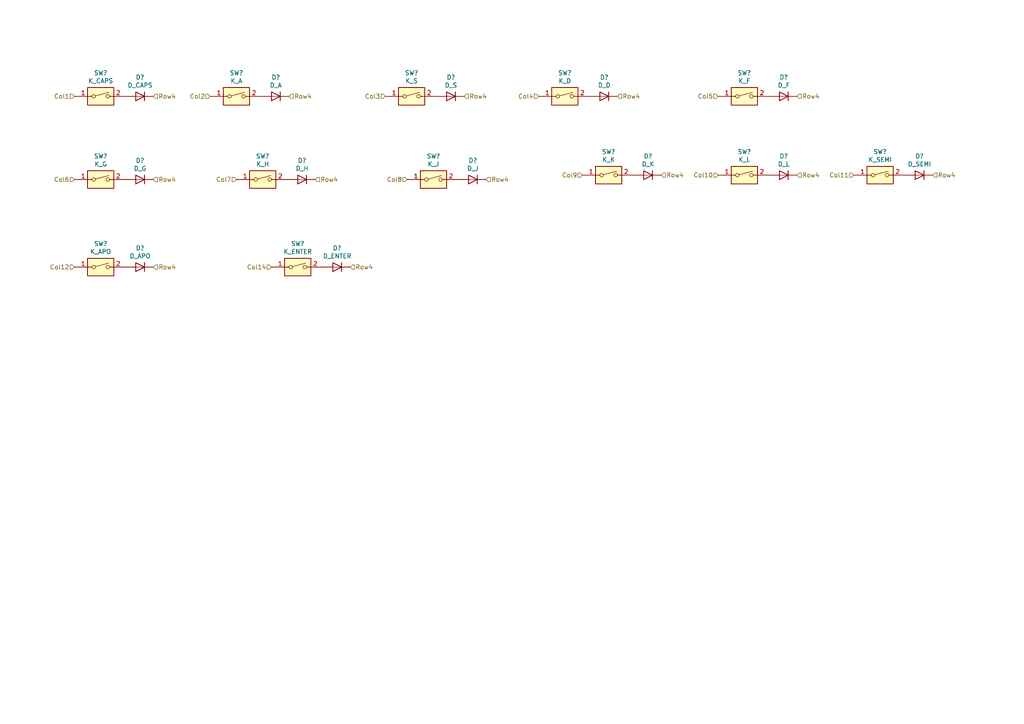
<source format=kicad_sch>
(kicad_sch (version 20230121) (generator eeschema)
  (paper "A4")
  (lib_symbols
    (symbol "Device:D" (pin_numbers hide) (pin_names (offset 1.016) hide)
      (property "Reference" "D" (at 0 2.54 0))
      (property "Value" "D" (at 0 -2.54 0))
      (symbol "D_0_1"
        (polyline (pts (xy -1.27 1.27) (xy -1.27 -1.27)) (stroke (width 0.254)))
        (polyline (pts (xy 1.27 0) (xy -1.27 0)))
        (polyline (pts (xy 1.27 1.27) (xy 1.27 -1.27) (xy -1.27 0) (xy 1.27 1.27)) (stroke (width 0.254)))
      )
      (symbol "D_1_1"
        (pin passive line (at -3.81 0 0) (length 2.54) (name "K") (number "1"))
        (pin passive line (at 3.81 0 180) (length 2.54) (name "A") (number "2"))
      )
    )
    (symbol "Switch:SW_DIP_x01" (pin_names (offset 0) hide)
      (property "Reference" "SW" (at 0 3.81 0))
      (property "Value" "SW_DIP_x01" (at 0 -3.81 0))
      (symbol "SW_DIP_x01_0_0"
        (circle (center -2.032 0) (radius 0.508))
        (polyline (pts (xy -1.524 0.127) (xy 2.3622 1.1684)))
        (circle (center 2.032 0) (radius 0.508))
      )
      (symbol "SW_DIP_x01_0_1"
        (rectangle (start -3.81 2.54) (end 3.81 -2.54) (stroke (width 0.254)) (fill (type background)))
      )
      (symbol "SW_DIP_x01_1_1"
        (pin passive line (at -7.62 0 0) (length 5.08) (name "~") (number "1"))
        (pin passive line (at 7.62 0 180) (length 5.08) (name "~") (number "2"))
      )
    )
  )
  (hierarchical_label "Col10" (shape input) (at 208.28 50.8 180))
  (hierarchical_label "Col11" (shape input) (at 247.65 50.8 180))
  (hierarchical_label "Col6" (shape input) (at 21.59 52.07 180))
  (hierarchical_label "Row4" (shape input) (at 140.97 52.07 0))
  (hierarchical_label "Row4" (shape input) (at 91.44 52.07 0))
  (hierarchical_label "Col5" (shape input) (at 208.28 27.94 180))
  (hierarchical_label "Col14" (shape input) (at 78.74 77.47 180))
  (hierarchical_label "Row4" (shape input) (at 231.14 50.8 0))
  (hierarchical_label "Row4" (shape input) (at 179.07 27.94 0))
  (hierarchical_label "Row4" (shape input) (at 134.62 27.94 0))
  (hierarchical_label "Row4" (shape input) (at 231.14 27.94 0))
  (hierarchical_label "Col9" (shape input) (at 168.91 50.8 180))
  (hierarchical_label "Row4" (shape input) (at 83.82 27.94 0))
  (hierarchical_label "Row4" (shape input) (at 44.45 52.07 0))
  (hierarchical_label "Col2" (shape input) (at 60.96 27.94 180))
  (hierarchical_label "Col4" (shape input) (at 156.21 27.94 180))
  (hierarchical_label "Row4" (shape input) (at 270.51 50.8 0))
  (hierarchical_label "Row4" (shape input) (at 101.6 77.47 0))
  (hierarchical_label "Col3" (shape input) (at 111.76 27.94 180))
  (hierarchical_label "Row4" (shape input) (at 191.77 50.8 0))
  (hierarchical_label "Col12" (shape input) (at 21.59 77.47 180))
  (hierarchical_label "Col8" (shape input) (at 118.11 52.07 180))
  (hierarchical_label "Row4" (shape input) (at 44.45 27.94 0))
  (hierarchical_label "Col1" (shape input) (at 21.59 27.94 180))
  (hierarchical_label "Col7" (shape input) (at 68.58 52.07 180))
  (hierarchical_label "Row4" (shape input) (at 44.45 77.47 0))
  (symbol (lib_id "Switch:SW_DIP_x01") (at 163.83 27.94 0) (unit 1)
    (property "Reference" "SW?" (at 163.83 21.1582 0))
    (property "Value" "K_D" (at 163.83 23.4696 0))
    (property "Footprint" "hotswap:Kailh_socket_MX" (effects hide))
    (instances (project "TKL" (path "" (reference "SW?") (unit 1)) (path "" (reference "SW59") (unit 1)) (path "" (reference "SW?") (unit 1)) (path "" (reference "SW?") (unit 1)) (path "" (reference "SW?") (unit 1))))
  )
  (symbol (lib_id "Switch:SW_DIP_x01") (at 125.73 52.07 0) (unit 1)
    (property "Reference" "SW?" (at 125.73 45.2882 0))
    (property "Value" "K_J" (at 125.73 47.5996 0))
    (property "Footprint" "hotswap:Kailh_socket_MX" (effects hide))
    (instances (project "TKL" (path "" (reference "SW?") (unit 1)) (path "" (reference "SW58") (unit 1)) (path "" (reference "SW?") (unit 1)) (path "" (reference "SW?") (unit 1)) (path "" (reference "SW?") (unit 1))))
  )
  (symbol (lib_id "Device:D") (at 137.16 52.07 180) (unit 1)
    (property "Reference" "D?" (at 137.16 46.5582 0))
    (property "Value" "D_J" (at 137.16 48.8696 0))
    (property "Footprint" "Diode_THT:D_DO-35_SOD27_P7.62mm_Horizontal" (effects hide))
    (instances (project "TKL" (path "" (reference "D?") (unit 1)) (path "" (reference "D58") (unit 1)) (path "" (reference "D?") (unit 1)) (path "" (reference "D?") (unit 1)) (path "" (reference "D?") (unit 1))))
  )
  (symbol (lib_id "Switch:SW_DIP_x01") (at 215.9 50.8 0) (unit 1)
    (property "Reference" "SW?" (at 215.9 44.0182 0))
    (property "Value" "K_L" (at 215.9 46.3296 0))
    (property "Footprint" "hotswap:Kailh_socket_MX" (effects hide))
    (instances (project "TKL" (path "" (reference "SW?") (unit 1)) (path "" (reference "SW62") (unit 1)) (path "" (reference "SW?") (unit 1)) (path "" (reference "SW?") (unit 1)) (path "" (reference "SW?") (unit 1))))
  )
  (symbol (lib_id "Device:D") (at 227.33 50.8 180) (unit 1)
    (property "Reference" "D?" (at 227.33 45.2882 0))
    (property "Value" "D_L" (at 227.33 47.5996 0))
    (property "Footprint" "Diode_THT:D_DO-35_SOD27_P7.62mm_Horizontal" (effects hide))
    (instances (project "TKL" (path "" (reference "D?") (unit 1)) (path "" (reference "D62") (unit 1)) (path "" (reference "D?") (unit 1)) (path "" (reference "D?") (unit 1)) (path "" (reference "D?") (unit 1))))
  )
  (symbol (lib_id "Device:D") (at 130.81 27.94 180) (unit 1)
    (property "Reference" "D?" (at 130.81 22.4282 0))
    (property "Value" "D_S" (at 130.81 24.7396 0))
    (property "Footprint" "Diode_THT:D_DO-35_SOD27_P7.62mm_Horizontal" (effects hide))
    (instances (project "TKL" (path "" (reference "D?") (unit 1)) (path "" (reference "D57") (unit 1)) (path "" (reference "D?") (unit 1)) (path "" (reference "D?") (unit 1)) (path "" (reference "D?") (unit 1))))
  )
  (symbol (lib_id "Device:D") (at 87.63 52.07 180) (unit 1)
    (property "Reference" "D?" (at 87.63 46.5582 0))
    (property "Value" "D_H" (at 87.63 48.8696 0))
    (property "Footprint" "Diode_THT:D_DO-35_SOD27_P7.62mm_Horizontal" (effects hide))
    (instances (project "TKL" (path "" (reference "D?") (unit 1)) (path "" (reference "D55") (unit 1)) (path "" (reference "D?") (unit 1)) (path "" (reference "D?") (unit 1)) (path "" (reference "D?") (unit 1))))
  )
  (symbol (lib_id "Device:D") (at 40.64 77.47 180) (unit 1)
    (property "Reference" "D?" (at 40.64 71.9582 0))
    (property "Value" "D_APO" (at 40.64 74.2696 0))
    (property "Footprint" "Diode_THT:D_DO-35_SOD27_P7.62mm_Horizontal" (effects hide))
    (instances (project "TKL" (path "" (reference "D?") (unit 1)) (path "" (reference "D53") (unit 1)) (path "" (reference "D?") (unit 1)) (path "" (reference "D?") (unit 1)) (path "" (reference "D?") (unit 1))))
  )
  (symbol (lib_id "Device:D") (at 80.01 27.94 180) (unit 1)
    (property "Reference" "D?" (at 80.01 22.4282 0))
    (property "Value" "D_A" (at 80.01 24.7396 0))
    (property "Footprint" "Diode_THT:D_DO-35_SOD27_P7.62mm_Horizontal" (effects hide))
    (instances (project "TKL" (path "" (reference "D?") (unit 1)) (path "" (reference "D54") (unit 1)) (path "" (reference "D?") (unit 1)) (path "" (reference "D?") (unit 1)) (path "" (reference "D?") (unit 1))))
  )
  (symbol (lib_id "Device:D") (at 40.64 27.94 180) (unit 1)
    (property "Reference" "D?" (at 40.64 22.4282 0))
    (property "Value" "D_CAPS" (at 40.64 24.7396 0))
    (property "Footprint" "Diode_THT:D_DO-35_SOD27_P7.62mm_Horizontal" (effects hide))
    (instances (project "TKL" (path "" (reference "D?") (unit 1)) (path "" (reference "D51") (unit 1)) (path "" (reference "D?") (unit 1)) (path "" (reference "D?") (unit 1)) (path "" (reference "D?") (unit 1))))
  )
  (symbol (lib_id "Device:D") (at 175.26 27.94 180) (unit 1)
    (property "Reference" "D?" (at 175.26 22.4282 0))
    (property "Value" "D_D" (at 175.26 24.7396 0))
    (property "Footprint" "Diode_THT:D_DO-35_SOD27_P7.62mm_Horizontal" (effects hide))
    (instances (project "TKL" (path "" (reference "D?") (unit 1)) (path "" (reference "D59") (unit 1)) (path "" (reference "D?") (unit 1)) (path "" (reference "D?") (unit 1)) (path "" (reference "D?") (unit 1))))
  )
  (symbol (lib_id "Switch:SW_DIP_x01") (at 215.9 27.94 0) (unit 1)
    (property "Reference" "SW?" (at 215.9 21.1582 0))
    (property "Value" "K_F" (at 215.9 23.4696 0))
    (property "Footprint" "hotswap:Kailh_socket_MX" (effects hide))
    (instances (project "TKL" (path "" (reference "SW?") (unit 1)) (path "" (reference "SW61") (unit 1)) (path "" (reference "SW?") (unit 1)) (path "" (reference "SW?") (unit 1)) (path "" (reference "SW?") (unit 1))))
  )
  (symbol (lib_id "Device:D") (at 227.33 27.94 180) (unit 1)
    (property "Reference" "D?" (at 227.33 22.4282 0))
    (property "Value" "D_F" (at 227.33 24.7396 0))
    (property "Footprint" "Diode_THT:D_DO-35_SOD27_P7.62mm_Horizontal" (effects hide))
    (instances (project "TKL" (path "" (reference "D?") (unit 1)) (path "" (reference "D61") (unit 1)) (path "" (reference "D?") (unit 1)) (path "" (reference "D?") (unit 1)) (path "" (reference "D?") (unit 1))))
  )
  (symbol (lib_id "Switch:SW_DIP_x01") (at 29.21 52.07 0) (unit 1)
    (property "Reference" "SW?" (at 29.21 45.2882 0))
    (property "Value" "K_G" (at 29.21 47.5996 0))
    (property "Footprint" "hotswap:Kailh_socket_MX" (effects hide))
    (instances (project "TKL" (path "" (reference "SW?") (unit 1)) (path "" (reference "SW52") (unit 1)) (path "" (reference "SW?") (unit 1)) (path "" (reference "SW?") (unit 1)) (path "" (reference "SW?") (unit 1))))
  )
  (symbol (lib_id "Switch:SW_DIP_x01") (at 76.2 52.07 0) (unit 1)
    (property "Reference" "SW?" (at 76.2 45.2882 0))
    (property "Value" "K_H" (at 76.2 47.5996 0))
    (property "Footprint" "hotswap:Kailh_socket_MX" (effects hide))
    (instances (project "TKL" (path "" (reference "SW?") (unit 1)) (path "" (reference "SW55") (unit 1)) (path "" (reference "SW?") (unit 1)) (path "" (reference "SW?") (unit 1)) (path "" (reference "SW?") (unit 1))))
  )
  (symbol (lib_id "Device:D") (at 187.96 50.8 180) (unit 1)
    (property "Reference" "D?" (at 187.96 45.2882 0))
    (property "Value" "D_K" (at 187.96 47.5996 0))
    (property "Footprint" "Diode_THT:D_DO-35_SOD27_P7.62mm_Horizontal" (effects hide))
    (instances (project "TKL" (path "" (reference "D?") (unit 1)) (path "" (reference "D60") (unit 1)) (path "" (reference "D?") (unit 1)) (path "" (reference "D?") (unit 1)) (path "" (reference "D?") (unit 1))))
  )
  (symbol (lib_id "Switch:SW_DIP_x01") (at 29.21 77.47 0) (unit 1)
    (property "Reference" "SW?" (at 29.21 70.6882 0))
    (property "Value" "K_APO" (at 29.21 72.9996 0))
    (property "Footprint" "hotswap:Kailh_socket_MX" (effects hide))
    (instances (project "TKL" (path "" (reference "SW?") (unit 1)) (path "" (reference "SW53") (unit 1)) (path "" (reference "SW?") (unit 1)) (path "" (reference "SW?") (unit 1)) (path "" (reference "SW?") (unit 1))))
  )
  (symbol (lib_id "Switch:SW_DIP_x01") (at 86.36 77.47 0) (unit 1)
    (property "Reference" "SW?" (at 86.36 70.6882 0))
    (property "Value" "K_ENTER" (at 86.36 72.9996 0))
    (property "Footprint" "hotswap:Kailh_socket_MX" (effects hide))
    (instances (project "TKL" (path "" (reference "SW?") (unit 1)) (path "" (reference "SW56") (unit 1)) (path "" (reference "SW?") (unit 1)) (path "" (reference "SW?") (unit 1)) (path "" (reference "SW?") (unit 1))))
  )
  (symbol (lib_id "Device:D") (at 97.79 77.47 180) (unit 1)
    (property "Reference" "D?" (at 97.79 71.9582 0))
    (property "Value" "D_ENTER" (at 97.79 74.2696 0))
    (property "Footprint" "Diode_THT:D_DO-35_SOD27_P7.62mm_Horizontal" (effects hide))
    (instances (project "TKL" (path "" (reference "D?") (unit 1)) (path "" (reference "D56") (unit 1)) (path "" (reference "D?") (unit 1)) (path "" (reference "D?") (unit 1)) (path "" (reference "D?") (unit 1))))
  )
  (symbol (lib_id "Switch:SW_DIP_x01") (at 68.58 27.94 0) (unit 1)
    (property "Reference" "SW?" (at 68.58 21.1582 0))
    (property "Value" "K_A" (at 68.58 23.4696 0))
    (property "Footprint" "hotswap:Kailh_socket_MX" (effects hide))
    (instances (project "TKL" (path "" (reference "SW?") (unit 1)) (path "" (reference "SW54") (unit 1)) (path "" (reference "SW?") (unit 1)) (path "" (reference "SW?") (unit 1)) (path "" (reference "SW?") (unit 1))))
  )
  (symbol (lib_id "Switch:SW_DIP_x01") (at 29.21 27.94 0) (unit 1)
    (property "Reference" "SW?" (at 29.21 21.1582 0))
    (property "Value" "K_CAPS" (at 29.21 23.4696 0))
    (property "Footprint" "hotswap:Kailh_socket_MX" (effects hide))
    (instances (project "TKL" (path "" (reference "SW?") (unit 1)) (path "" (reference "SW51") (unit 1)) (path "" (reference "SW?") (unit 1)) (path "" (reference "SW?") (unit 1)) (path "" (reference "SW?") (unit 1))))
  )
  (symbol (lib_id "Switch:SW_DIP_x01") (at 119.38 27.94 0) (unit 1)
    (property "Reference" "SW?" (at 119.38 21.1582 0))
    (property "Value" "K_S" (at 119.38 23.4696 0))
    (property "Footprint" "hotswap:Kailh_socket_MX" (effects hide))
    (instances (project "TKL" (path "" (reference "SW?") (unit 1)) (path "" (reference "SW57") (unit 1)) (path "" (reference "SW?") (unit 1)) (path "" (reference "SW?") (unit 1)) (path "" (reference "SW?") (unit 1))))
  )
  (symbol (lib_id "Device:D") (at 40.64 52.07 180) (unit 1)
    (property "Reference" "D?" (at 40.64 46.5582 0))
    (property "Value" "D_G" (at 40.64 48.8696 0))
    (property "Footprint" "Diode_THT:D_DO-35_SOD27_P7.62mm_Horizontal" (effects hide))
    (instances (project "TKL" (path "" (reference "D?") (unit 1)) (path "" (reference "D52") (unit 1)) (path "" (reference "D?") (unit 1)) (path "" (reference "D?") (unit 1)) (path "" (reference "D?") (unit 1))))
  )
  (symbol (lib_id "Switch:SW_DIP_x01") (at 176.53 50.8 0) (unit 1)
    (property "Reference" "SW?" (at 176.53 44.0182 0))
    (property "Value" "K_K" (at 176.53 46.3296 0))
    (property "Footprint" "hotswap:Kailh_socket_MX" (effects hide))
    (instances (project "TKL" (path "" (reference "SW?") (unit 1)) (path "" (reference "SW60") (unit 1)) (path "" (reference "SW?") (unit 1)) (path "" (reference "SW?") (unit 1)) (path "" (reference "SW?") (unit 1))))
  )
  (symbol (lib_id "Device:D") (at 266.7 50.8 180) (unit 1)
    (property "Reference" "D?" (at 266.7 45.2882 0))
    (property "Value" "D_SEMI" (at 266.7 47.5996 0))
    (property "Footprint" "Diode_THT:D_DO-35_SOD27_P7.62mm_Horizontal" (effects hide))
    (instances (project "TKL" (path "" (reference "D?") (unit 1)) (path "" (reference "D63") (unit 1)) (path "" (reference "D?") (unit 1)) (path "" (reference "D?") (unit 1)) (path "" (reference "D?") (unit 1))))
  )
  (symbol (lib_id "Switch:SW_DIP_x01") (at 255.27 50.8 0) (unit 1)
    (property "Reference" "SW?" (at 255.27 44.0182 0))
    (property "Value" "K_SEMI" (at 255.27 46.3296 0))
    (property "Footprint" "hotswap:Kailh_socket_MX" (effects hide))
    (instances (project "TKL" (path "" (reference "SW?") (unit 1)) (path "" (reference "SW63") (unit 1)) (path "" (reference "SW?") (unit 1)) (path "" (reference "SW?") (unit 1)) (path "" (reference "SW?") (unit 1))))
  )
)
</source>
